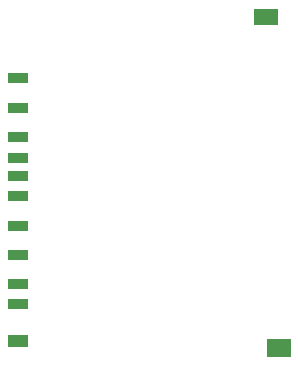
<source format=gbr>
G04 EAGLE Gerber RS-274X export*
G75*
%MOMM*%
%FSLAX34Y34*%
%LPD*%
%INSolderpaste Top*%
%IPPOS*%
%AMOC8*
5,1,8,0,0,1.08239X$1,22.5*%
G01*
%ADD10R,1.800000X0.900000*%
%ADD11R,2.000000X1.400000*%
%ADD12R,2.000000X1.527000*%
%ADD13R,1.800000X1.100000*%


D10*
X434500Y232800D03*
X434500Y207800D03*
X434500Y190300D03*
X434500Y175300D03*
X434500Y157800D03*
X434500Y132800D03*
X434500Y107800D03*
X434500Y83600D03*
X434500Y66600D03*
D11*
X644500Y310060D03*
D12*
X656000Y29210D03*
D13*
X434500Y35100D03*
D10*
X434500Y257800D03*
M02*

</source>
